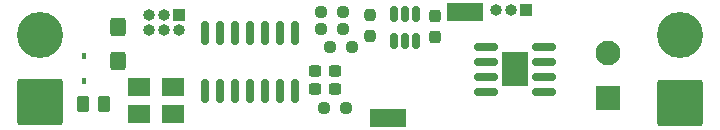
<source format=gbr>
G04 #@! TF.GenerationSoftware,KiCad,Pcbnew,(6.0.0)*
G04 #@! TF.CreationDate,2022-01-12T21:25:53+03:00*
G04 #@! TF.ProjectId,svet,73766574-2e6b-4696-9361-645f70636258,rev?*
G04 #@! TF.SameCoordinates,Original*
G04 #@! TF.FileFunction,Soldermask,Top*
G04 #@! TF.FilePolarity,Negative*
%FSLAX46Y46*%
G04 Gerber Fmt 4.6, Leading zero omitted, Abs format (unit mm)*
G04 Created by KiCad (PCBNEW (6.0.0)) date 2022-01-12 21:25:53*
%MOMM*%
%LPD*%
G01*
G04 APERTURE LIST*
G04 Aperture macros list*
%AMRoundRect*
0 Rectangle with rounded corners*
0 $1 Rounding radius*
0 $2 $3 $4 $5 $6 $7 $8 $9 X,Y pos of 4 corners*
0 Add a 4 corners polygon primitive as box body*
4,1,4,$2,$3,$4,$5,$6,$7,$8,$9,$2,$3,0*
0 Add four circle primitives for the rounded corners*
1,1,$1+$1,$2,$3*
1,1,$1+$1,$4,$5*
1,1,$1+$1,$6,$7*
1,1,$1+$1,$8,$9*
0 Add four rect primitives between the rounded corners*
20,1,$1+$1,$2,$3,$4,$5,0*
20,1,$1+$1,$4,$5,$6,$7,0*
20,1,$1+$1,$6,$7,$8,$9,0*
20,1,$1+$1,$8,$9,$2,$3,0*%
G04 Aperture macros list end*
%ADD10RoundRect,0.237500X-0.250000X-0.237500X0.250000X-0.237500X0.250000X0.237500X-0.250000X0.237500X0*%
%ADD11RoundRect,0.237500X0.237500X-0.250000X0.237500X0.250000X-0.237500X0.250000X-0.237500X-0.250000X0*%
%ADD12RoundRect,0.250002X1.699998X-1.699998X1.699998X1.699998X-1.699998X1.699998X-1.699998X-1.699998X0*%
%ADD13C,3.900000*%
%ADD14R,1.000000X1.000000*%
%ADD15O,1.000000X1.000000*%
%ADD16RoundRect,0.150000X0.825000X0.150000X-0.825000X0.150000X-0.825000X-0.150000X0.825000X-0.150000X0*%
%ADD17R,2.290000X3.000000*%
%ADD18R,1.950000X1.500000*%
%ADD19RoundRect,0.237500X0.250000X0.237500X-0.250000X0.237500X-0.250000X-0.237500X0.250000X-0.237500X0*%
%ADD20RoundRect,0.250000X0.262500X0.450000X-0.262500X0.450000X-0.262500X-0.450000X0.262500X-0.450000X0*%
%ADD21R,0.450000X0.600000*%
%ADD22R,1.500000X1.500000*%
%ADD23RoundRect,0.150000X0.150000X-0.512500X0.150000X0.512500X-0.150000X0.512500X-0.150000X-0.512500X0*%
%ADD24RoundRect,0.250000X-0.425000X0.537500X-0.425000X-0.537500X0.425000X-0.537500X0.425000X0.537500X0*%
%ADD25RoundRect,0.237500X-0.237500X0.300000X-0.237500X-0.300000X0.237500X-0.300000X0.237500X0.300000X0*%
%ADD26RoundRect,0.250001X0.799999X-0.799999X0.799999X0.799999X-0.799999X0.799999X-0.799999X-0.799999X0*%
%ADD27C,2.100000*%
%ADD28RoundRect,0.237500X-0.300000X-0.237500X0.300000X-0.237500X0.300000X0.237500X-0.300000X0.237500X0*%
%ADD29RoundRect,0.150000X0.150000X-0.825000X0.150000X0.825000X-0.150000X0.825000X-0.150000X-0.825000X0*%
G04 APERTURE END LIST*
D10*
G04 #@! TO.C,R11*
X110587500Y-55750000D03*
X112412500Y-55750000D03*
G04 #@! TD*
D11*
G04 #@! TO.C,R5*
X114750000Y-56325000D03*
X114750000Y-54500000D03*
G04 #@! TD*
D12*
G04 #@! TO.C,J1*
X141000000Y-61965000D03*
D13*
X141000000Y-56250000D03*
G04 #@! TD*
D14*
G04 #@! TO.C,J5*
X127952500Y-54135000D03*
D15*
X126682500Y-54135000D03*
X125412500Y-54135000D03*
G04 #@! TD*
D12*
G04 #@! TO.C,J7*
X86800000Y-61915000D03*
D13*
X86800000Y-56200000D03*
G04 #@! TD*
D16*
G04 #@! TO.C,U2*
X129475000Y-61005000D03*
X129475000Y-59735000D03*
X129475000Y-58465000D03*
X129475000Y-57195000D03*
X124525000Y-57195000D03*
X124525000Y-58465000D03*
X124525000Y-59735000D03*
X124525000Y-61005000D03*
D17*
X127000000Y-59100000D03*
G04 #@! TD*
D18*
G04 #@! TO.C,Y1*
X95175000Y-62950000D03*
X98025000Y-62950000D03*
X98025000Y-60650000D03*
X95175000Y-60650000D03*
G04 #@! TD*
D10*
G04 #@! TO.C,R13*
X110837500Y-62400000D03*
X112662500Y-62400000D03*
G04 #@! TD*
D19*
G04 #@! TO.C,R3*
X113162500Y-57250000D03*
X111337500Y-57250000D03*
G04 #@! TD*
D20*
G04 #@! TO.C,F1*
X92225000Y-62100000D03*
X90400000Y-62100000D03*
G04 #@! TD*
D21*
G04 #@! TO.C,D1*
X90500000Y-60100000D03*
X90500000Y-58000000D03*
G04 #@! TD*
D22*
G04 #@! TO.C,J4*
X115500000Y-63250000D03*
X117000000Y-63250000D03*
G04 #@! TD*
D23*
G04 #@! TO.C,U3*
X116750000Y-56750000D03*
X117700000Y-56750000D03*
X118650000Y-56750000D03*
X118650000Y-54475000D03*
X117700000Y-54475000D03*
X116750000Y-54475000D03*
G04 #@! TD*
D24*
G04 #@! TO.C,C1*
X93400000Y-55562500D03*
X93400000Y-58437500D03*
G04 #@! TD*
D25*
G04 #@! TO.C,C8*
X120250000Y-54637500D03*
X120250000Y-56362500D03*
G04 #@! TD*
D26*
G04 #@! TO.C,J6*
X134900000Y-61560000D03*
D27*
X134900000Y-57750000D03*
G04 #@! TD*
D10*
G04 #@! TO.C,R12*
X110587500Y-54250000D03*
X112412500Y-54250000D03*
G04 #@! TD*
D28*
G04 #@! TO.C,C3*
X110037500Y-59300000D03*
X111762500Y-59300000D03*
G04 #@! TD*
D14*
G04 #@! TO.C,J2*
X98540000Y-54500000D03*
D15*
X98540000Y-55770000D03*
X97270000Y-54500000D03*
X97270000Y-55770000D03*
X96000000Y-54500000D03*
X96000000Y-55770000D03*
G04 #@! TD*
D28*
G04 #@! TO.C,C9*
X110037500Y-60800000D03*
X111762500Y-60800000D03*
G04 #@! TD*
D29*
G04 #@! TO.C,U1*
X100750000Y-61000000D03*
X102020000Y-61000000D03*
X103290000Y-61000000D03*
X104560000Y-61000000D03*
X105830000Y-61000000D03*
X107100000Y-61000000D03*
X108370000Y-61000000D03*
X108370000Y-56050000D03*
X107100000Y-56050000D03*
X105830000Y-56050000D03*
X104560000Y-56050000D03*
X103290000Y-56050000D03*
X102020000Y-56050000D03*
X100750000Y-56050000D03*
G04 #@! TD*
D22*
G04 #@! TO.C,J3*
X123500000Y-54250000D03*
X122000000Y-54250000D03*
G04 #@! TD*
M02*

</source>
